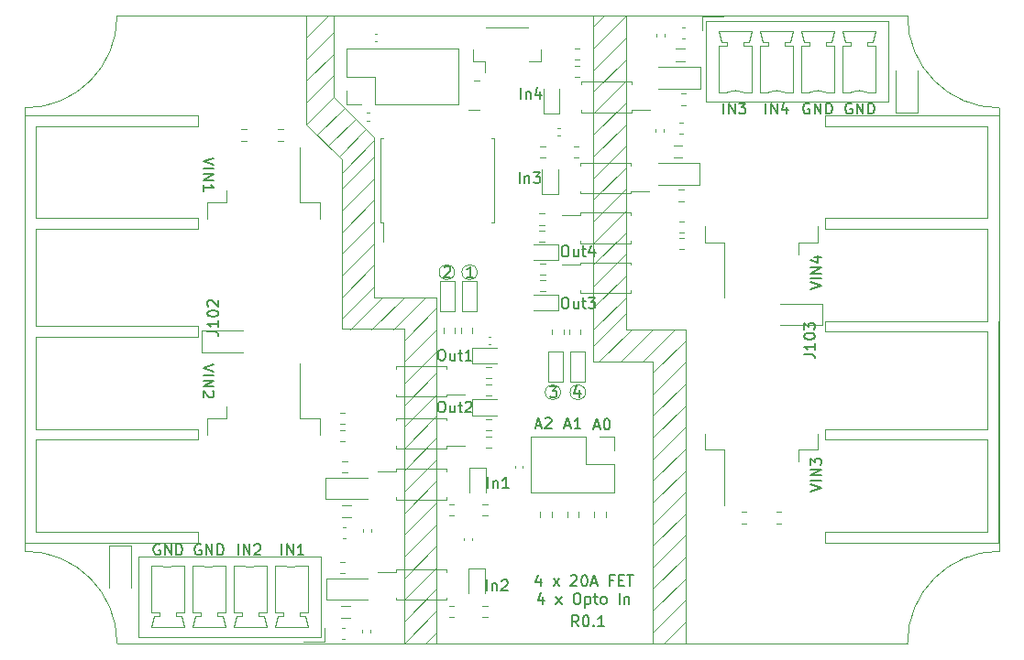
<source format=gbr>
%TF.GenerationSoftware,KiCad,Pcbnew,(5.1.8-0-10_14)*%
%TF.CreationDate,2020-11-30T14:10:51+01:00*%
%TF.ProjectId,FET_Multi,4645545f-4d75-46c7-9469-2e6b69636164,0.2.0*%
%TF.SameCoordinates,Original*%
%TF.FileFunction,Legend,Top*%
%TF.FilePolarity,Positive*%
%FSLAX46Y46*%
G04 Gerber Fmt 4.6, Leading zero omitted, Abs format (unit mm)*
G04 Created by KiCad (PCBNEW (5.1.8-0-10_14)) date 2020-11-30 14:10:51*
%MOMM*%
%LPD*%
G01*
G04 APERTURE LIST*
%ADD10C,0.160000*%
%ADD11C,0.120000*%
%TA.AperFunction,Profile*%
%ADD12C,0.050000*%
%TD*%
%ADD13C,0.150000*%
G04 APERTURE END LIST*
D10*
X161552380Y-82271428D02*
X162552380Y-81938095D01*
X161552380Y-81604761D01*
X162552380Y-81271428D02*
X161552380Y-81271428D01*
X162552380Y-80795238D02*
X161552380Y-80795238D01*
X162552380Y-80223809D01*
X161552380Y-80223809D01*
X161885714Y-79319047D02*
X162552380Y-79319047D01*
X161504761Y-79557142D02*
X162219047Y-79795238D01*
X162219047Y-79176190D01*
X161552380Y-100971428D02*
X162552380Y-100638095D01*
X161552380Y-100304761D01*
X162552380Y-99971428D02*
X161552380Y-99971428D01*
X162552380Y-99495238D02*
X161552380Y-99495238D01*
X162552380Y-98923809D01*
X161552380Y-98923809D01*
X161552380Y-98542857D02*
X161552380Y-97923809D01*
X161933333Y-98257142D01*
X161933333Y-98114285D01*
X161980952Y-98019047D01*
X162028571Y-97971428D01*
X162123809Y-97923809D01*
X162361904Y-97923809D01*
X162457142Y-97971428D01*
X162504761Y-98019047D01*
X162552380Y-98114285D01*
X162552380Y-98400000D01*
X162504761Y-98495238D01*
X162457142Y-98542857D01*
X106447619Y-89228571D02*
X105447619Y-89561904D01*
X106447619Y-89895238D01*
X105447619Y-90228571D02*
X106447619Y-90228571D01*
X105447619Y-90704761D02*
X106447619Y-90704761D01*
X105447619Y-91276190D01*
X106447619Y-91276190D01*
X106352380Y-91704761D02*
X106400000Y-91752380D01*
X106447619Y-91847619D01*
X106447619Y-92085714D01*
X106400000Y-92180952D01*
X106352380Y-92228571D01*
X106257142Y-92276190D01*
X106161904Y-92276190D01*
X106019047Y-92228571D01*
X105447619Y-91657142D01*
X105447619Y-92276190D01*
X106447619Y-70128571D02*
X105447619Y-70461904D01*
X106447619Y-70795238D01*
X105447619Y-71128571D02*
X106447619Y-71128571D01*
X105447619Y-71604761D02*
X106447619Y-71604761D01*
X105447619Y-72176190D01*
X106447619Y-72176190D01*
X105447619Y-73176190D02*
X105447619Y-72604761D01*
X105447619Y-72890476D02*
X106447619Y-72890476D01*
X106304761Y-72795238D01*
X106209523Y-72700000D01*
X106161904Y-72604761D01*
X105238095Y-105900000D02*
X105142857Y-105852380D01*
X105000000Y-105852380D01*
X104857142Y-105900000D01*
X104761904Y-105995238D01*
X104714285Y-106090476D01*
X104666666Y-106280952D01*
X104666666Y-106423809D01*
X104714285Y-106614285D01*
X104761904Y-106709523D01*
X104857142Y-106804761D01*
X105000000Y-106852380D01*
X105095238Y-106852380D01*
X105238095Y-106804761D01*
X105285714Y-106757142D01*
X105285714Y-106423809D01*
X105095238Y-106423809D01*
X105714285Y-106852380D02*
X105714285Y-105852380D01*
X106285714Y-106852380D01*
X106285714Y-105852380D01*
X106761904Y-106852380D02*
X106761904Y-105852380D01*
X107000000Y-105852380D01*
X107142857Y-105900000D01*
X107238095Y-105995238D01*
X107285714Y-106090476D01*
X107333333Y-106280952D01*
X107333333Y-106423809D01*
X107285714Y-106614285D01*
X107238095Y-106709523D01*
X107142857Y-106804761D01*
X107000000Y-106852380D01*
X106761904Y-106852380D01*
X101438095Y-105900000D02*
X101342857Y-105852380D01*
X101200000Y-105852380D01*
X101057142Y-105900000D01*
X100961904Y-105995238D01*
X100914285Y-106090476D01*
X100866666Y-106280952D01*
X100866666Y-106423809D01*
X100914285Y-106614285D01*
X100961904Y-106709523D01*
X101057142Y-106804761D01*
X101200000Y-106852380D01*
X101295238Y-106852380D01*
X101438095Y-106804761D01*
X101485714Y-106757142D01*
X101485714Y-106423809D01*
X101295238Y-106423809D01*
X101914285Y-106852380D02*
X101914285Y-105852380D01*
X102485714Y-106852380D01*
X102485714Y-105852380D01*
X102961904Y-106852380D02*
X102961904Y-105852380D01*
X103200000Y-105852380D01*
X103342857Y-105900000D01*
X103438095Y-105995238D01*
X103485714Y-106090476D01*
X103533333Y-106280952D01*
X103533333Y-106423809D01*
X103485714Y-106614285D01*
X103438095Y-106709523D01*
X103342857Y-106804761D01*
X103200000Y-106852380D01*
X102961904Y-106852380D01*
X165338095Y-65100000D02*
X165242857Y-65052380D01*
X165100000Y-65052380D01*
X164957142Y-65100000D01*
X164861904Y-65195238D01*
X164814285Y-65290476D01*
X164766666Y-65480952D01*
X164766666Y-65623809D01*
X164814285Y-65814285D01*
X164861904Y-65909523D01*
X164957142Y-66004761D01*
X165100000Y-66052380D01*
X165195238Y-66052380D01*
X165338095Y-66004761D01*
X165385714Y-65957142D01*
X165385714Y-65623809D01*
X165195238Y-65623809D01*
X165814285Y-66052380D02*
X165814285Y-65052380D01*
X166385714Y-66052380D01*
X166385714Y-65052380D01*
X166861904Y-66052380D02*
X166861904Y-65052380D01*
X167100000Y-65052380D01*
X167242857Y-65100000D01*
X167338095Y-65195238D01*
X167385714Y-65290476D01*
X167433333Y-65480952D01*
X167433333Y-65623809D01*
X167385714Y-65814285D01*
X167338095Y-65909523D01*
X167242857Y-66004761D01*
X167100000Y-66052380D01*
X166861904Y-66052380D01*
X161438095Y-65100000D02*
X161342857Y-65052380D01*
X161200000Y-65052380D01*
X161057142Y-65100000D01*
X160961904Y-65195238D01*
X160914285Y-65290476D01*
X160866666Y-65480952D01*
X160866666Y-65623809D01*
X160914285Y-65814285D01*
X160961904Y-65909523D01*
X161057142Y-66004761D01*
X161200000Y-66052380D01*
X161295238Y-66052380D01*
X161438095Y-66004761D01*
X161485714Y-65957142D01*
X161485714Y-65623809D01*
X161295238Y-65623809D01*
X161914285Y-66052380D02*
X161914285Y-65052380D01*
X162485714Y-66052380D01*
X162485714Y-65052380D01*
X162961904Y-66052380D02*
X162961904Y-65052380D01*
X163200000Y-65052380D01*
X163342857Y-65100000D01*
X163438095Y-65195238D01*
X163485714Y-65290476D01*
X163533333Y-65480952D01*
X163533333Y-65623809D01*
X163485714Y-65814285D01*
X163438095Y-65909523D01*
X163342857Y-66004761D01*
X163200000Y-66052380D01*
X162961904Y-66052380D01*
D11*
X150000000Y-113000000D02*
X148000000Y-115000000D01*
X150000000Y-111000000D02*
X147000000Y-114000000D01*
X150000000Y-109000000D02*
X147000000Y-112000000D01*
X150000000Y-107000000D02*
X147000000Y-110000000D01*
X150000000Y-105000000D02*
X147000000Y-108000000D01*
D10*
X136185714Y-94866666D02*
X136661904Y-94866666D01*
X136090476Y-95152380D02*
X136423809Y-94152380D01*
X136757142Y-95152380D01*
X137042857Y-94247619D02*
X137090476Y-94200000D01*
X137185714Y-94152380D01*
X137423809Y-94152380D01*
X137519047Y-94200000D01*
X137566666Y-94247619D01*
X137614285Y-94342857D01*
X137614285Y-94438095D01*
X137566666Y-94580952D01*
X136995238Y-95152380D01*
X137614285Y-95152380D01*
X138885714Y-94866666D02*
X139361904Y-94866666D01*
X138790476Y-95152380D02*
X139123809Y-94152380D01*
X139457142Y-95152380D01*
X140314285Y-95152380D02*
X139742857Y-95152380D01*
X140028571Y-95152380D02*
X140028571Y-94152380D01*
X139933333Y-94295238D01*
X139838095Y-94390476D01*
X139742857Y-94438095D01*
X141585714Y-94966666D02*
X142061904Y-94966666D01*
X141490476Y-95252380D02*
X141823809Y-94252380D01*
X142157142Y-95252380D01*
X142680952Y-94252380D02*
X142776190Y-94252380D01*
X142871428Y-94300000D01*
X142919047Y-94347619D01*
X142966666Y-94442857D01*
X143014285Y-94633333D01*
X143014285Y-94871428D01*
X142966666Y-95061904D01*
X142919047Y-95157142D01*
X142871428Y-95204761D01*
X142776190Y-95252380D01*
X142680952Y-95252380D01*
X142585714Y-95204761D01*
X142538095Y-95157142D01*
X142490476Y-95061904D01*
X142442857Y-94871428D01*
X142442857Y-94633333D01*
X142490476Y-94442857D01*
X142538095Y-94347619D01*
X142585714Y-94300000D01*
X142680952Y-94252380D01*
X138790476Y-78252380D02*
X138980952Y-78252380D01*
X139076190Y-78300000D01*
X139171428Y-78395238D01*
X139219047Y-78585714D01*
X139219047Y-78919047D01*
X139171428Y-79109523D01*
X139076190Y-79204761D01*
X138980952Y-79252380D01*
X138790476Y-79252380D01*
X138695238Y-79204761D01*
X138600000Y-79109523D01*
X138552380Y-78919047D01*
X138552380Y-78585714D01*
X138600000Y-78395238D01*
X138695238Y-78300000D01*
X138790476Y-78252380D01*
X140076190Y-78585714D02*
X140076190Y-79252380D01*
X139647619Y-78585714D02*
X139647619Y-79109523D01*
X139695238Y-79204761D01*
X139790476Y-79252380D01*
X139933333Y-79252380D01*
X140028571Y-79204761D01*
X140076190Y-79157142D01*
X140409523Y-78585714D02*
X140790476Y-78585714D01*
X140552380Y-78252380D02*
X140552380Y-79109523D01*
X140600000Y-79204761D01*
X140695238Y-79252380D01*
X140790476Y-79252380D01*
X141552380Y-78585714D02*
X141552380Y-79252380D01*
X141314285Y-78204761D02*
X141076190Y-78919047D01*
X141695238Y-78919047D01*
X138790476Y-83052380D02*
X138980952Y-83052380D01*
X139076190Y-83100000D01*
X139171428Y-83195238D01*
X139219047Y-83385714D01*
X139219047Y-83719047D01*
X139171428Y-83909523D01*
X139076190Y-84004761D01*
X138980952Y-84052380D01*
X138790476Y-84052380D01*
X138695238Y-84004761D01*
X138600000Y-83909523D01*
X138552380Y-83719047D01*
X138552380Y-83385714D01*
X138600000Y-83195238D01*
X138695238Y-83100000D01*
X138790476Y-83052380D01*
X140076190Y-83385714D02*
X140076190Y-84052380D01*
X139647619Y-83385714D02*
X139647619Y-83909523D01*
X139695238Y-84004761D01*
X139790476Y-84052380D01*
X139933333Y-84052380D01*
X140028571Y-84004761D01*
X140076190Y-83957142D01*
X140409523Y-83385714D02*
X140790476Y-83385714D01*
X140552380Y-83052380D02*
X140552380Y-83909523D01*
X140600000Y-84004761D01*
X140695238Y-84052380D01*
X140790476Y-84052380D01*
X141028571Y-83052380D02*
X141647619Y-83052380D01*
X141314285Y-83433333D01*
X141457142Y-83433333D01*
X141552380Y-83480952D01*
X141600000Y-83528571D01*
X141647619Y-83623809D01*
X141647619Y-83861904D01*
X141600000Y-83957142D01*
X141552380Y-84004761D01*
X141457142Y-84052380D01*
X141171428Y-84052380D01*
X141076190Y-84004761D01*
X141028571Y-83957142D01*
X127390476Y-87852380D02*
X127580952Y-87852380D01*
X127676190Y-87900000D01*
X127771428Y-87995238D01*
X127819047Y-88185714D01*
X127819047Y-88519047D01*
X127771428Y-88709523D01*
X127676190Y-88804761D01*
X127580952Y-88852380D01*
X127390476Y-88852380D01*
X127295238Y-88804761D01*
X127200000Y-88709523D01*
X127152380Y-88519047D01*
X127152380Y-88185714D01*
X127200000Y-87995238D01*
X127295238Y-87900000D01*
X127390476Y-87852380D01*
X128676190Y-88185714D02*
X128676190Y-88852380D01*
X128247619Y-88185714D02*
X128247619Y-88709523D01*
X128295238Y-88804761D01*
X128390476Y-88852380D01*
X128533333Y-88852380D01*
X128628571Y-88804761D01*
X128676190Y-88757142D01*
X129009523Y-88185714D02*
X129390476Y-88185714D01*
X129152380Y-87852380D02*
X129152380Y-88709523D01*
X129200000Y-88804761D01*
X129295238Y-88852380D01*
X129390476Y-88852380D01*
X130247619Y-88852380D02*
X129676190Y-88852380D01*
X129961904Y-88852380D02*
X129961904Y-87852380D01*
X129866666Y-87995238D01*
X129771428Y-88090476D01*
X129676190Y-88138095D01*
X127390476Y-92652380D02*
X127580952Y-92652380D01*
X127676190Y-92700000D01*
X127771428Y-92795238D01*
X127819047Y-92985714D01*
X127819047Y-93319047D01*
X127771428Y-93509523D01*
X127676190Y-93604761D01*
X127580952Y-93652380D01*
X127390476Y-93652380D01*
X127295238Y-93604761D01*
X127200000Y-93509523D01*
X127152380Y-93319047D01*
X127152380Y-92985714D01*
X127200000Y-92795238D01*
X127295238Y-92700000D01*
X127390476Y-92652380D01*
X128676190Y-92985714D02*
X128676190Y-93652380D01*
X128247619Y-92985714D02*
X128247619Y-93509523D01*
X128295238Y-93604761D01*
X128390476Y-93652380D01*
X128533333Y-93652380D01*
X128628571Y-93604761D01*
X128676190Y-93557142D01*
X129009523Y-92985714D02*
X129390476Y-92985714D01*
X129152380Y-92652380D02*
X129152380Y-93509523D01*
X129200000Y-93604761D01*
X129295238Y-93652380D01*
X129390476Y-93652380D01*
X129676190Y-92747619D02*
X129723809Y-92700000D01*
X129819047Y-92652380D01*
X130057142Y-92652380D01*
X130152380Y-92700000D01*
X130200000Y-92747619D01*
X130247619Y-92842857D01*
X130247619Y-92938095D01*
X130200000Y-93080952D01*
X129628571Y-93652380D01*
X130247619Y-93652380D01*
X140119047Y-113452380D02*
X139785714Y-112976190D01*
X139547619Y-113452380D02*
X139547619Y-112452380D01*
X139928571Y-112452380D01*
X140023809Y-112500000D01*
X140071428Y-112547619D01*
X140119047Y-112642857D01*
X140119047Y-112785714D01*
X140071428Y-112880952D01*
X140023809Y-112928571D01*
X139928571Y-112976190D01*
X139547619Y-112976190D01*
X140738095Y-112452380D02*
X140833333Y-112452380D01*
X140928571Y-112500000D01*
X140976190Y-112547619D01*
X141023809Y-112642857D01*
X141071428Y-112833333D01*
X141071428Y-113071428D01*
X141023809Y-113261904D01*
X140976190Y-113357142D01*
X140928571Y-113404761D01*
X140833333Y-113452380D01*
X140738095Y-113452380D01*
X140642857Y-113404761D01*
X140595238Y-113357142D01*
X140547619Y-113261904D01*
X140500000Y-113071428D01*
X140500000Y-112833333D01*
X140547619Y-112642857D01*
X140595238Y-112547619D01*
X140642857Y-112500000D01*
X140738095Y-112452380D01*
X141500000Y-113357142D02*
X141547619Y-113404761D01*
X141500000Y-113452380D01*
X141452380Y-113404761D01*
X141500000Y-113357142D01*
X141500000Y-113452380D01*
X142500000Y-113452380D02*
X141928571Y-113452380D01*
X142214285Y-113452380D02*
X142214285Y-112452380D01*
X142119047Y-112595238D01*
X142023809Y-112690476D01*
X141928571Y-112738095D01*
X136600000Y-109055714D02*
X136600000Y-109722380D01*
X136361904Y-108674761D02*
X136123809Y-109389047D01*
X136742857Y-109389047D01*
X137790476Y-109722380D02*
X138314285Y-109055714D01*
X137790476Y-109055714D02*
X138314285Y-109722380D01*
X139409523Y-108817619D02*
X139457142Y-108770000D01*
X139552380Y-108722380D01*
X139790476Y-108722380D01*
X139885714Y-108770000D01*
X139933333Y-108817619D01*
X139980952Y-108912857D01*
X139980952Y-109008095D01*
X139933333Y-109150952D01*
X139361904Y-109722380D01*
X139980952Y-109722380D01*
X140600000Y-108722380D02*
X140695238Y-108722380D01*
X140790476Y-108770000D01*
X140838095Y-108817619D01*
X140885714Y-108912857D01*
X140933333Y-109103333D01*
X140933333Y-109341428D01*
X140885714Y-109531904D01*
X140838095Y-109627142D01*
X140790476Y-109674761D01*
X140695238Y-109722380D01*
X140600000Y-109722380D01*
X140504761Y-109674761D01*
X140457142Y-109627142D01*
X140409523Y-109531904D01*
X140361904Y-109341428D01*
X140361904Y-109103333D01*
X140409523Y-108912857D01*
X140457142Y-108817619D01*
X140504761Y-108770000D01*
X140600000Y-108722380D01*
X141314285Y-109436666D02*
X141790476Y-109436666D01*
X141219047Y-109722380D02*
X141552380Y-108722380D01*
X141885714Y-109722380D01*
X143314285Y-109198571D02*
X142980952Y-109198571D01*
X142980952Y-109722380D02*
X142980952Y-108722380D01*
X143457142Y-108722380D01*
X143838095Y-109198571D02*
X144171428Y-109198571D01*
X144314285Y-109722380D02*
X143838095Y-109722380D01*
X143838095Y-108722380D01*
X144314285Y-108722380D01*
X144600000Y-108722380D02*
X145171428Y-108722380D01*
X144885714Y-109722380D02*
X144885714Y-108722380D01*
X136838095Y-110715714D02*
X136838095Y-111382380D01*
X136600000Y-110334761D02*
X136361904Y-111049047D01*
X136980952Y-111049047D01*
X138028571Y-111382380D02*
X138552380Y-110715714D01*
X138028571Y-110715714D02*
X138552380Y-111382380D01*
X139885714Y-110382380D02*
X140076190Y-110382380D01*
X140171428Y-110430000D01*
X140266666Y-110525238D01*
X140314285Y-110715714D01*
X140314285Y-111049047D01*
X140266666Y-111239523D01*
X140171428Y-111334761D01*
X140076190Y-111382380D01*
X139885714Y-111382380D01*
X139790476Y-111334761D01*
X139695238Y-111239523D01*
X139647619Y-111049047D01*
X139647619Y-110715714D01*
X139695238Y-110525238D01*
X139790476Y-110430000D01*
X139885714Y-110382380D01*
X140742857Y-110715714D02*
X140742857Y-111715714D01*
X140742857Y-110763333D02*
X140838095Y-110715714D01*
X141028571Y-110715714D01*
X141123809Y-110763333D01*
X141171428Y-110810952D01*
X141219047Y-110906190D01*
X141219047Y-111191904D01*
X141171428Y-111287142D01*
X141123809Y-111334761D01*
X141028571Y-111382380D01*
X140838095Y-111382380D01*
X140742857Y-111334761D01*
X141504761Y-110715714D02*
X141885714Y-110715714D01*
X141647619Y-110382380D02*
X141647619Y-111239523D01*
X141695238Y-111334761D01*
X141790476Y-111382380D01*
X141885714Y-111382380D01*
X142361904Y-111382380D02*
X142266666Y-111334761D01*
X142219047Y-111287142D01*
X142171428Y-111191904D01*
X142171428Y-110906190D01*
X142219047Y-110810952D01*
X142266666Y-110763333D01*
X142361904Y-110715714D01*
X142504761Y-110715714D01*
X142600000Y-110763333D01*
X142647619Y-110810952D01*
X142695238Y-110906190D01*
X142695238Y-111191904D01*
X142647619Y-111287142D01*
X142600000Y-111334761D01*
X142504761Y-111382380D01*
X142361904Y-111382380D01*
X143885714Y-111382380D02*
X143885714Y-110382380D01*
X144361904Y-110715714D02*
X144361904Y-111382380D01*
X144361904Y-110810952D02*
X144409523Y-110763333D01*
X144504761Y-110715714D01*
X144647619Y-110715714D01*
X144742857Y-110763333D01*
X144790476Y-110858571D01*
X144790476Y-111382380D01*
X108700000Y-106852380D02*
X108700000Y-105852380D01*
X109176190Y-106852380D02*
X109176190Y-105852380D01*
X109747619Y-106852380D01*
X109747619Y-105852380D01*
X110176190Y-105947619D02*
X110223809Y-105900000D01*
X110319047Y-105852380D01*
X110557142Y-105852380D01*
X110652380Y-105900000D01*
X110700000Y-105947619D01*
X110747619Y-106042857D01*
X110747619Y-106138095D01*
X110700000Y-106280952D01*
X110128571Y-106852380D01*
X110747619Y-106852380D01*
X112700000Y-106852380D02*
X112700000Y-105852380D01*
X113176190Y-106852380D02*
X113176190Y-105852380D01*
X113747619Y-106852380D01*
X113747619Y-105852380D01*
X114747619Y-106852380D02*
X114176190Y-106852380D01*
X114461904Y-106852380D02*
X114461904Y-105852380D01*
X114366666Y-105995238D01*
X114271428Y-106090476D01*
X114176190Y-106138095D01*
X157400000Y-66052380D02*
X157400000Y-65052380D01*
X157876190Y-66052380D02*
X157876190Y-65052380D01*
X158447619Y-66052380D01*
X158447619Y-65052380D01*
X159352380Y-65385714D02*
X159352380Y-66052380D01*
X159114285Y-65004761D02*
X158876190Y-65719047D01*
X159495238Y-65719047D01*
X153500000Y-66052380D02*
X153500000Y-65052380D01*
X153976190Y-66052380D02*
X153976190Y-65052380D01*
X154547619Y-66052380D01*
X154547619Y-65052380D01*
X154928571Y-65052380D02*
X155547619Y-65052380D01*
X155214285Y-65433333D01*
X155357142Y-65433333D01*
X155452380Y-65480952D01*
X155500000Y-65528571D01*
X155547619Y-65623809D01*
X155547619Y-65861904D01*
X155500000Y-65957142D01*
X155452380Y-66004761D01*
X155357142Y-66052380D01*
X155071428Y-66052380D01*
X154976190Y-66004761D01*
X154928571Y-65957142D01*
X134771428Y-64652380D02*
X134771428Y-63652380D01*
X135247619Y-63985714D02*
X135247619Y-64652380D01*
X135247619Y-64080952D02*
X135295238Y-64033333D01*
X135390476Y-63985714D01*
X135533333Y-63985714D01*
X135628571Y-64033333D01*
X135676190Y-64128571D01*
X135676190Y-64652380D01*
X136580952Y-63985714D02*
X136580952Y-64652380D01*
X136342857Y-63604761D02*
X136104761Y-64319047D01*
X136723809Y-64319047D01*
X134671428Y-72452380D02*
X134671428Y-71452380D01*
X135147619Y-71785714D02*
X135147619Y-72452380D01*
X135147619Y-71880952D02*
X135195238Y-71833333D01*
X135290476Y-71785714D01*
X135433333Y-71785714D01*
X135528571Y-71833333D01*
X135576190Y-71928571D01*
X135576190Y-72452380D01*
X135957142Y-71452380D02*
X136576190Y-71452380D01*
X136242857Y-71833333D01*
X136385714Y-71833333D01*
X136480952Y-71880952D01*
X136528571Y-71928571D01*
X136576190Y-72023809D01*
X136576190Y-72261904D01*
X136528571Y-72357142D01*
X136480952Y-72404761D01*
X136385714Y-72452380D01*
X136100000Y-72452380D01*
X136004761Y-72404761D01*
X135957142Y-72357142D01*
X131671428Y-110152380D02*
X131671428Y-109152380D01*
X132147619Y-109485714D02*
X132147619Y-110152380D01*
X132147619Y-109580952D02*
X132195238Y-109533333D01*
X132290476Y-109485714D01*
X132433333Y-109485714D01*
X132528571Y-109533333D01*
X132576190Y-109628571D01*
X132576190Y-110152380D01*
X133004761Y-109247619D02*
X133052380Y-109200000D01*
X133147619Y-109152380D01*
X133385714Y-109152380D01*
X133480952Y-109200000D01*
X133528571Y-109247619D01*
X133576190Y-109342857D01*
X133576190Y-109438095D01*
X133528571Y-109580952D01*
X132957142Y-110152380D01*
X133576190Y-110152380D01*
X131771428Y-100652380D02*
X131771428Y-99652380D01*
X132247619Y-99985714D02*
X132247619Y-100652380D01*
X132247619Y-100080952D02*
X132295238Y-100033333D01*
X132390476Y-99985714D01*
X132533333Y-99985714D01*
X132628571Y-100033333D01*
X132676190Y-100128571D01*
X132676190Y-100652380D01*
X133676190Y-100652380D02*
X133104761Y-100652380D01*
X133390476Y-100652380D02*
X133390476Y-99652380D01*
X133295238Y-99795238D01*
X133200000Y-99890476D01*
X133104761Y-99938095D01*
D11*
X140757107Y-91800000D02*
G75*
G03*
X140757107Y-91800000I-707107J0D01*
G01*
D10*
X140190476Y-91585714D02*
X140190476Y-92252380D01*
X139952380Y-91204761D02*
X139714285Y-91919047D01*
X140333333Y-91919047D01*
D11*
X138457107Y-91800000D02*
G75*
G03*
X138457107Y-91800000I-707107J0D01*
G01*
D10*
X137466666Y-91252380D02*
X138085714Y-91252380D01*
X137752380Y-91633333D01*
X137895238Y-91633333D01*
X137990476Y-91680952D01*
X138038095Y-91728571D01*
X138085714Y-91823809D01*
X138085714Y-92061904D01*
X138038095Y-92157142D01*
X137990476Y-92204761D01*
X137895238Y-92252380D01*
X137609523Y-92252380D01*
X137514285Y-92204761D01*
X137466666Y-92157142D01*
D11*
X128657107Y-80700000D02*
G75*
G03*
X128657107Y-80700000I-707107J0D01*
G01*
D10*
X127714285Y-80247619D02*
X127761904Y-80200000D01*
X127857142Y-80152380D01*
X128095238Y-80152380D01*
X128190476Y-80200000D01*
X128238095Y-80247619D01*
X128285714Y-80342857D01*
X128285714Y-80438095D01*
X128238095Y-80580952D01*
X127666666Y-81152380D01*
X128285714Y-81152380D01*
D11*
X130757107Y-80700000D02*
G75*
G03*
X130757107Y-80700000I-707107J0D01*
G01*
D10*
X130385714Y-81152380D02*
X129814285Y-81152380D01*
X130100000Y-81152380D02*
X130100000Y-80152380D01*
X130004761Y-80295238D01*
X129909523Y-80390476D01*
X129814285Y-80438095D01*
D11*
X118500000Y-65500000D02*
X116000000Y-68000000D01*
X119500000Y-66500000D02*
X117000000Y-69000000D01*
X120500000Y-67500000D02*
X118000000Y-70000000D01*
X117000000Y-57000000D02*
X115000000Y-59000000D01*
X117500000Y-58500000D02*
X115000000Y-61000000D01*
X117500000Y-60500000D02*
X115000000Y-63000000D01*
X117500000Y-62500000D02*
X115000000Y-65000000D01*
X117500000Y-64500000D02*
X115000000Y-67000000D01*
X127000000Y-114000000D02*
X126000000Y-115000000D01*
X127000000Y-112000000D02*
X124000000Y-115000000D01*
X127000000Y-110000000D02*
X124000000Y-113000000D01*
X127000000Y-108000000D02*
X124000000Y-111000000D01*
X127000000Y-106000000D02*
X124000000Y-109000000D01*
X127000000Y-104000000D02*
X124000000Y-107000000D01*
X127000000Y-102000000D02*
X124000000Y-105000000D01*
X127000000Y-100000000D02*
X124000000Y-103000000D01*
X127000000Y-98000000D02*
X124000000Y-101000000D01*
X127000000Y-96000000D02*
X124000000Y-99000000D01*
X127000000Y-94000000D02*
X124000000Y-97000000D01*
X127000000Y-92000000D02*
X124000000Y-95000000D01*
X127000000Y-90000000D02*
X124000000Y-93000000D01*
X127000000Y-88000000D02*
X124000000Y-91000000D01*
X127000000Y-86000000D02*
X124000000Y-89000000D01*
X127000000Y-84000000D02*
X124000000Y-87000000D01*
X126000000Y-83000000D02*
X123000000Y-86000000D01*
X124000000Y-83000000D02*
X121000000Y-86000000D01*
X122000000Y-83000000D02*
X119000000Y-86000000D01*
X121250000Y-82000000D02*
X118250000Y-85000000D01*
X121250000Y-80000000D02*
X118250000Y-83000000D01*
X121250000Y-78000000D02*
X118250000Y-81000000D01*
X121250000Y-76000000D02*
X118250000Y-79000000D01*
X121250000Y-74000000D02*
X118250000Y-77000000D01*
X121250000Y-72000000D02*
X118250000Y-75000000D01*
X121250000Y-70000000D02*
X118250000Y-73000000D01*
X121250000Y-68500000D02*
X118250000Y-71500000D01*
X150000000Y-103000000D02*
X147000000Y-106000000D01*
X150000000Y-101000000D02*
X147000000Y-104000000D01*
X150000000Y-99000000D02*
X147000000Y-102000000D01*
X150000000Y-97000000D02*
X147000000Y-100000000D01*
X150000000Y-95000000D02*
X147000000Y-98000000D01*
X150000000Y-93000000D02*
X147000000Y-96000000D01*
X150000000Y-91000000D02*
X147000000Y-94000000D01*
X150000000Y-89000000D02*
X147000000Y-92000000D01*
X150000000Y-87000000D02*
X147000000Y-90000000D01*
X149000000Y-86000000D02*
X146000000Y-89000000D01*
X147000000Y-86000000D02*
X144000000Y-89000000D01*
X145000000Y-86000000D02*
X142000000Y-89000000D01*
X144500000Y-84500000D02*
X141500000Y-87500000D01*
X144500000Y-83000000D02*
X141500000Y-86000000D01*
X144500000Y-81000000D02*
X141500000Y-84000000D01*
X144500000Y-79000000D02*
X141500000Y-82000000D01*
X144500000Y-77000000D02*
X141500000Y-80000000D01*
X144500000Y-75000000D02*
X141500000Y-78000000D01*
X144500000Y-73000000D02*
X141500000Y-76000000D01*
X144500000Y-71000000D02*
X141500000Y-74000000D01*
X144500000Y-69000000D02*
X141500000Y-72000000D01*
X144500000Y-67000000D02*
X141500000Y-70000000D01*
X144500000Y-65000000D02*
X141500000Y-68000000D01*
X144500000Y-63000000D02*
X141500000Y-66000000D01*
X144500000Y-61000000D02*
X141500000Y-64000000D01*
X144500000Y-59000000D02*
X141500000Y-62000000D01*
X144500000Y-57000000D02*
X141500000Y-60000000D01*
X142500000Y-57000000D02*
X141500000Y-58000000D01*
X147000000Y-89000000D02*
X147000000Y-115000000D01*
X141500000Y-89000000D02*
X147000000Y-89000000D01*
X141500000Y-57000000D02*
X141500000Y-89000000D01*
X150000000Y-103000000D02*
X150000000Y-115000000D01*
X150000000Y-86000000D02*
X150000000Y-103000000D01*
X144500000Y-86000000D02*
X150000000Y-86000000D01*
X144500000Y-57000000D02*
X144500000Y-86000000D01*
X117500000Y-64500000D02*
X117500000Y-57000000D01*
X121250000Y-68250000D02*
X117500000Y-64500000D01*
X121250000Y-83000000D02*
X121250000Y-68250000D01*
X121500000Y-83000000D02*
X121250000Y-83000000D01*
X127000000Y-83000000D02*
X121500000Y-83000000D01*
X127000000Y-115000000D02*
X127000000Y-83000000D01*
X124000000Y-85950000D02*
X124050000Y-115050000D01*
X118250000Y-85950000D02*
X124000000Y-85950000D01*
X118250000Y-70250000D02*
X118250000Y-85950000D01*
X115000000Y-67000000D02*
X118250000Y-70250000D01*
X115000000Y-57000000D02*
X115000000Y-67000000D01*
D12*
X89000000Y-65500000D02*
X89000000Y-106500000D01*
X170500000Y-115000000D02*
G75*
G02*
X179000000Y-106500000I8500000J0D01*
G01*
X89000000Y-106500000D02*
G75*
G02*
X97500000Y-115000000I0J-8500000D01*
G01*
X179000000Y-65500000D02*
G75*
G02*
X170500000Y-57000000I0J8500000D01*
G01*
X97500000Y-57000000D02*
G75*
G02*
X89000000Y-65500000I-8500000J0D01*
G01*
X179000000Y-106500000D02*
X179000000Y-65500000D01*
X170500000Y-115000000D02*
X97500000Y-115000000D01*
X170500000Y-57000000D02*
X97500000Y-57000000D01*
D11*
%TO.C,J103*%
X162900000Y-67200000D02*
X162900000Y-66200000D01*
X162900000Y-75700000D02*
X162900000Y-76700000D01*
X177900000Y-75700000D02*
X162900000Y-75700000D01*
X177900000Y-67200000D02*
X177900000Y-75700000D01*
X177900000Y-85200000D02*
X177900000Y-76700000D01*
X162900000Y-85200000D02*
X177900000Y-85200000D01*
X162900000Y-67200000D02*
X177900000Y-67200000D01*
X178900000Y-66200000D02*
X162900000Y-66200000D01*
X162900000Y-76700000D02*
X177900000Y-76700000D01*
X162900000Y-86200000D02*
X162900000Y-85200000D01*
X162900000Y-105700000D02*
X162900000Y-104700000D01*
X162900000Y-96200000D02*
X162900000Y-95200000D01*
X177900000Y-96200000D02*
X177900000Y-104700000D01*
X177900000Y-95200000D02*
X177900000Y-86200000D01*
X162900000Y-95200000D02*
X177900000Y-95200000D01*
X163400000Y-95200000D02*
X162900000Y-95200000D01*
X177900000Y-96200000D02*
X162900000Y-96200000D01*
X177900000Y-104700000D02*
X162900000Y-104700000D01*
X162900000Y-86200000D02*
X177900000Y-86200000D01*
X178900000Y-105700000D02*
X178900000Y-85200000D01*
X162900000Y-105700000D02*
X178900000Y-105700000D01*
%TO.C,J102*%
X105000000Y-104700000D02*
X105000000Y-105700000D01*
X105000000Y-96200000D02*
X105000000Y-95200000D01*
X90000000Y-96200000D02*
X105000000Y-96200000D01*
X90000000Y-104700000D02*
X90000000Y-96200000D01*
X90000000Y-86700000D02*
X90000000Y-95200000D01*
X105000000Y-86700000D02*
X90000000Y-86700000D01*
X105000000Y-104700000D02*
X90000000Y-104700000D01*
X89000000Y-105700000D02*
X105000000Y-105700000D01*
X105000000Y-95200000D02*
X90000000Y-95200000D01*
X105000000Y-85700000D02*
X105000000Y-86700000D01*
X105000000Y-66200000D02*
X105000000Y-67200000D01*
X105000000Y-75700000D02*
X105000000Y-76700000D01*
X90000000Y-75700000D02*
X90000000Y-67200000D01*
X90000000Y-76700000D02*
X90000000Y-85700000D01*
X105000000Y-76700000D02*
X90000000Y-76700000D01*
X104500000Y-76700000D02*
X105000000Y-76700000D01*
X90000000Y-75700000D02*
X105000000Y-75700000D01*
X90000000Y-67200000D02*
X105000000Y-67200000D01*
X105000000Y-85700000D02*
X90000000Y-85700000D01*
X89000000Y-66200000D02*
X89000000Y-86700000D01*
X105000000Y-66200000D02*
X89000000Y-66200000D01*
%TO.C,U106*%
X130987500Y-65650000D02*
X129987500Y-65650000D01*
X130987500Y-62950000D02*
X130487500Y-62950000D01*
%TO.C,J104*%
X130390000Y-60060000D02*
X130390000Y-61210000D01*
X130390000Y-61210000D02*
X131440000Y-61210000D01*
X131440000Y-61210000D02*
X131440000Y-62200000D01*
X136610000Y-60060000D02*
X136610000Y-61210000D01*
X136610000Y-61210000D02*
X135560000Y-61210000D01*
X131560000Y-58090000D02*
X135440000Y-58090000D01*
%TO.C,U304*%
X145010000Y-65695000D02*
X146700000Y-65695000D01*
X145010000Y-65910000D02*
X145010000Y-65695000D01*
X142700000Y-65910000D02*
X145010000Y-65910000D01*
X140390000Y-65910000D02*
X140390000Y-65695000D01*
X142700000Y-65910000D02*
X140390000Y-65910000D01*
X145010000Y-63090000D02*
X145010000Y-63305000D01*
X142700000Y-63090000D02*
X145010000Y-63090000D01*
X140390000Y-63090000D02*
X140390000Y-63305000D01*
X142700000Y-63090000D02*
X140390000Y-63090000D01*
%TO.C,U303*%
X144910000Y-73195000D02*
X146600000Y-73195000D01*
X144910000Y-73410000D02*
X144910000Y-73195000D01*
X142600000Y-73410000D02*
X144910000Y-73410000D01*
X140290000Y-73410000D02*
X140290000Y-73195000D01*
X142600000Y-73410000D02*
X140290000Y-73410000D01*
X144910000Y-70590000D02*
X144910000Y-70805000D01*
X142600000Y-70590000D02*
X144910000Y-70590000D01*
X140290000Y-70590000D02*
X140290000Y-70805000D01*
X142600000Y-70590000D02*
X140290000Y-70590000D01*
%TO.C,U302*%
X123290000Y-108405000D02*
X121600000Y-108405000D01*
X123290000Y-108190000D02*
X123290000Y-108405000D01*
X125600000Y-108190000D02*
X123290000Y-108190000D01*
X127910000Y-108190000D02*
X127910000Y-108405000D01*
X125600000Y-108190000D02*
X127910000Y-108190000D01*
X123290000Y-111010000D02*
X123290000Y-110795000D01*
X125600000Y-111010000D02*
X123290000Y-111010000D01*
X127910000Y-111010000D02*
X127910000Y-110795000D01*
X125600000Y-111010000D02*
X127910000Y-111010000D01*
%TO.C,U301*%
X123290000Y-99115000D02*
X121600000Y-99115000D01*
X123290000Y-98900000D02*
X123290000Y-99115000D01*
X125600000Y-98900000D02*
X123290000Y-98900000D01*
X127910000Y-98900000D02*
X127910000Y-99115000D01*
X125600000Y-98900000D02*
X127910000Y-98900000D01*
X123290000Y-101720000D02*
X123290000Y-101505000D01*
X125600000Y-101720000D02*
X123290000Y-101720000D01*
X127910000Y-101720000D02*
X127910000Y-101505000D01*
X125600000Y-101720000D02*
X127910000Y-101720000D01*
%TO.C,R312*%
X140237258Y-59977500D02*
X139762742Y-59977500D01*
X140237258Y-61022500D02*
X139762742Y-61022500D01*
%TO.C,R311*%
X137037258Y-69077500D02*
X136562742Y-69077500D01*
X137037258Y-70122500D02*
X136562742Y-70122500D01*
%TO.C,R310*%
X140237258Y-61577500D02*
X139762742Y-61577500D01*
X140237258Y-62622500D02*
X139762742Y-62622500D01*
%TO.C,R309*%
X140137258Y-69077500D02*
X139662742Y-69077500D01*
X140137258Y-70122500D02*
X139662742Y-70122500D01*
%TO.C,R307*%
X131262742Y-112622500D02*
X131737258Y-112622500D01*
X131262742Y-111577500D02*
X131737258Y-111577500D01*
%TO.C,R305*%
X131262742Y-103222500D02*
X131737258Y-103222500D01*
X131262742Y-102177500D02*
X131737258Y-102177500D01*
%TO.C,R303*%
X128162742Y-112622500D02*
X128637258Y-112622500D01*
X128162742Y-111577500D02*
X128637258Y-111577500D01*
%TO.C,R301*%
X128162742Y-103222500D02*
X128637258Y-103222500D01*
X128162742Y-102177500D02*
X128637258Y-102177500D01*
%TO.C,D307*%
X138360000Y-65985000D02*
X138360000Y-63700000D01*
X136890000Y-65985000D02*
X138360000Y-65985000D01*
X136890000Y-63700000D02*
X136890000Y-65985000D01*
%TO.C,D305*%
X138235000Y-73485000D02*
X138235000Y-71200000D01*
X136765000Y-73485000D02*
X138235000Y-73485000D01*
X136765000Y-71200000D02*
X136765000Y-73485000D01*
%TO.C,D303*%
X129965000Y-108115000D02*
X129965000Y-110400000D01*
X131435000Y-108115000D02*
X129965000Y-108115000D01*
X131435000Y-110400000D02*
X131435000Y-108115000D01*
%TO.C,C1006*%
X138192164Y-67340000D02*
X138407836Y-67340000D01*
X138192164Y-68060000D02*
X138407836Y-68060000D01*
%TO.C,C1005*%
X120592164Y-65940000D02*
X120807836Y-65940000D01*
X120592164Y-66660000D02*
X120807836Y-66660000D01*
%TO.C,C1004*%
X121292164Y-58640000D02*
X121507836Y-58640000D01*
X121292164Y-59360000D02*
X121507836Y-59360000D01*
%TO.C,C1003*%
X134960000Y-98592164D02*
X134960000Y-98807836D01*
X134240000Y-98592164D02*
X134240000Y-98807836D01*
%TO.C,C1002*%
X131792164Y-86640000D02*
X132007836Y-86640000D01*
X131792164Y-87360000D02*
X132007836Y-87360000D01*
%TO.C,C1001*%
X129540000Y-105507836D02*
X129540000Y-105292164D01*
X130260000Y-105507836D02*
X130260000Y-105292164D01*
%TO.C,J109*%
X140675000Y-90800000D02*
X139325000Y-90800000D01*
X140675000Y-88000000D02*
X140675000Y-90800000D01*
X139325000Y-88000000D02*
X140675000Y-88000000D01*
X139325000Y-90800000D02*
X139325000Y-88000000D01*
%TO.C,J110*%
X138675000Y-90800000D02*
X137325000Y-90800000D01*
X138675000Y-88000000D02*
X138675000Y-90800000D01*
X137325000Y-88000000D02*
X138675000Y-88000000D01*
X137325000Y-90800000D02*
X137325000Y-88000000D01*
%TO.C,J108*%
X127325000Y-81500000D02*
X128675000Y-81500000D01*
X127325000Y-84300000D02*
X127325000Y-81500000D01*
X128675000Y-84300000D02*
X127325000Y-84300000D01*
X128675000Y-81500000D02*
X128675000Y-84300000D01*
%TO.C,J107*%
X129325000Y-81500000D02*
X130675000Y-81500000D01*
X129325000Y-84300000D02*
X129325000Y-81500000D01*
X130675000Y-84300000D02*
X129325000Y-84300000D01*
X130675000Y-81500000D02*
X130675000Y-84300000D01*
%TO.C,R121*%
X127677500Y-85862742D02*
X127677500Y-86337258D01*
X128722500Y-85862742D02*
X128722500Y-86337258D01*
%TO.C,R120*%
X129277500Y-85862742D02*
X129277500Y-86337258D01*
X130322500Y-85862742D02*
X130322500Y-86337258D01*
%TO.C,J303*%
X151500000Y-57050000D02*
X153500000Y-57050000D01*
X151500000Y-58300000D02*
X151500000Y-57050000D01*
X167530000Y-64050000D02*
X166780000Y-64050000D01*
X167530000Y-59750000D02*
X167530000Y-64050000D01*
X166780000Y-59750000D02*
X167530000Y-59750000D01*
X166780000Y-59400000D02*
X166780000Y-59750000D01*
X167280000Y-59400000D02*
X166780000Y-59400000D01*
X167530000Y-58400000D02*
X167280000Y-59400000D01*
X164530000Y-58400000D02*
X167530000Y-58400000D01*
X164780000Y-59400000D02*
X164530000Y-58400000D01*
X165280000Y-59400000D02*
X164780000Y-59400000D01*
X165280000Y-59750000D02*
X165280000Y-59400000D01*
X164530000Y-59750000D02*
X165280000Y-59750000D01*
X164530000Y-64050000D02*
X164530000Y-59750000D01*
X165280000Y-64050000D02*
X164530000Y-64050000D01*
X163720000Y-64050000D02*
X162970000Y-64050000D01*
X163720000Y-59750000D02*
X163720000Y-64050000D01*
X162970000Y-59750000D02*
X163720000Y-59750000D01*
X162970000Y-59400000D02*
X162970000Y-59750000D01*
X163470000Y-59400000D02*
X162970000Y-59400000D01*
X163720000Y-58400000D02*
X163470000Y-59400000D01*
X160720000Y-58400000D02*
X163720000Y-58400000D01*
X160970000Y-59400000D02*
X160720000Y-58400000D01*
X161470000Y-59400000D02*
X160970000Y-59400000D01*
X161470000Y-59750000D02*
X161470000Y-59400000D01*
X160720000Y-59750000D02*
X161470000Y-59750000D01*
X160720000Y-64050000D02*
X160720000Y-59750000D01*
X161470000Y-64050000D02*
X160720000Y-64050000D01*
X159910000Y-64050000D02*
X159160000Y-64050000D01*
X159910000Y-59750000D02*
X159910000Y-64050000D01*
X159160000Y-59750000D02*
X159910000Y-59750000D01*
X159160000Y-59400000D02*
X159160000Y-59750000D01*
X159660000Y-59400000D02*
X159160000Y-59400000D01*
X159910000Y-58400000D02*
X159660000Y-59400000D01*
X156910000Y-58400000D02*
X159910000Y-58400000D01*
X157160000Y-59400000D02*
X156910000Y-58400000D01*
X157660000Y-59400000D02*
X157160000Y-59400000D01*
X157660000Y-59750000D02*
X157660000Y-59400000D01*
X156910000Y-59750000D02*
X157660000Y-59750000D01*
X156910000Y-64050000D02*
X156910000Y-59750000D01*
X157660000Y-64050000D02*
X156910000Y-64050000D01*
X156100000Y-64050000D02*
X155350000Y-64050000D01*
X156100000Y-59750000D02*
X156100000Y-64050000D01*
X155350000Y-59750000D02*
X156100000Y-59750000D01*
X155350000Y-59400000D02*
X155350000Y-59750000D01*
X155850000Y-59400000D02*
X155350000Y-59400000D01*
X156100000Y-58400000D02*
X155850000Y-59400000D01*
X153100000Y-58400000D02*
X156100000Y-58400000D01*
X153350000Y-59400000D02*
X153100000Y-58400000D01*
X153850000Y-59400000D02*
X153350000Y-59400000D01*
X153850000Y-59750000D02*
X153850000Y-59400000D01*
X153100000Y-59750000D02*
X153850000Y-59750000D01*
X153100000Y-64050000D02*
X153100000Y-59750000D01*
X153850000Y-64050000D02*
X153100000Y-64050000D01*
X168740000Y-57440000D02*
X151890000Y-57440000D01*
X168740000Y-64910000D02*
X168740000Y-57440000D01*
X151890000Y-64910000D02*
X168740000Y-64910000D01*
X151890000Y-57440000D02*
X151890000Y-64910000D01*
X166779647Y-64049845D02*
G75*
G03*
X165280000Y-64050000I-749647J-1700155D01*
G01*
X162969647Y-64049845D02*
G75*
G03*
X161470000Y-64050000I-749647J-1700155D01*
G01*
X159159647Y-64049845D02*
G75*
G03*
X157660000Y-64050000I-749647J-1700155D01*
G01*
X155349647Y-64049845D02*
G75*
G03*
X153850000Y-64050000I-749647J-1700155D01*
G01*
%TO.C,J302*%
X116700000Y-114850000D02*
X114700000Y-114850000D01*
X116700000Y-113600000D02*
X116700000Y-114850000D01*
X100670000Y-107850000D02*
X101420000Y-107850000D01*
X100670000Y-112150000D02*
X100670000Y-107850000D01*
X101420000Y-112150000D02*
X100670000Y-112150000D01*
X101420000Y-112500000D02*
X101420000Y-112150000D01*
X100920000Y-112500000D02*
X101420000Y-112500000D01*
X100670000Y-113500000D02*
X100920000Y-112500000D01*
X103670000Y-113500000D02*
X100670000Y-113500000D01*
X103420000Y-112500000D02*
X103670000Y-113500000D01*
X102920000Y-112500000D02*
X103420000Y-112500000D01*
X102920000Y-112150000D02*
X102920000Y-112500000D01*
X103670000Y-112150000D02*
X102920000Y-112150000D01*
X103670000Y-107850000D02*
X103670000Y-112150000D01*
X102920000Y-107850000D02*
X103670000Y-107850000D01*
X104480000Y-107850000D02*
X105230000Y-107850000D01*
X104480000Y-112150000D02*
X104480000Y-107850000D01*
X105230000Y-112150000D02*
X104480000Y-112150000D01*
X105230000Y-112500000D02*
X105230000Y-112150000D01*
X104730000Y-112500000D02*
X105230000Y-112500000D01*
X104480000Y-113500000D02*
X104730000Y-112500000D01*
X107480000Y-113500000D02*
X104480000Y-113500000D01*
X107230000Y-112500000D02*
X107480000Y-113500000D01*
X106730000Y-112500000D02*
X107230000Y-112500000D01*
X106730000Y-112150000D02*
X106730000Y-112500000D01*
X107480000Y-112150000D02*
X106730000Y-112150000D01*
X107480000Y-107850000D02*
X107480000Y-112150000D01*
X106730000Y-107850000D02*
X107480000Y-107850000D01*
X108290000Y-107850000D02*
X109040000Y-107850000D01*
X108290000Y-112150000D02*
X108290000Y-107850000D01*
X109040000Y-112150000D02*
X108290000Y-112150000D01*
X109040000Y-112500000D02*
X109040000Y-112150000D01*
X108540000Y-112500000D02*
X109040000Y-112500000D01*
X108290000Y-113500000D02*
X108540000Y-112500000D01*
X111290000Y-113500000D02*
X108290000Y-113500000D01*
X111040000Y-112500000D02*
X111290000Y-113500000D01*
X110540000Y-112500000D02*
X111040000Y-112500000D01*
X110540000Y-112150000D02*
X110540000Y-112500000D01*
X111290000Y-112150000D02*
X110540000Y-112150000D01*
X111290000Y-107850000D02*
X111290000Y-112150000D01*
X110540000Y-107850000D02*
X111290000Y-107850000D01*
X112100000Y-107850000D02*
X112850000Y-107850000D01*
X112100000Y-112150000D02*
X112100000Y-107850000D01*
X112850000Y-112150000D02*
X112100000Y-112150000D01*
X112850000Y-112500000D02*
X112850000Y-112150000D01*
X112350000Y-112500000D02*
X112850000Y-112500000D01*
X112100000Y-113500000D02*
X112350000Y-112500000D01*
X115100000Y-113500000D02*
X112100000Y-113500000D01*
X114850000Y-112500000D02*
X115100000Y-113500000D01*
X114350000Y-112500000D02*
X114850000Y-112500000D01*
X114350000Y-112150000D02*
X114350000Y-112500000D01*
X115100000Y-112150000D02*
X114350000Y-112150000D01*
X115100000Y-107850000D02*
X115100000Y-112150000D01*
X114350000Y-107850000D02*
X115100000Y-107850000D01*
X99460000Y-114460000D02*
X116310000Y-114460000D01*
X99460000Y-106990000D02*
X99460000Y-114460000D01*
X116310000Y-106990000D02*
X99460000Y-106990000D01*
X116310000Y-114460000D02*
X116310000Y-106990000D01*
X101420353Y-107850155D02*
G75*
G03*
X102920000Y-107850000I749647J1700155D01*
G01*
X105230353Y-107850155D02*
G75*
G03*
X106730000Y-107850000I749647J1700155D01*
G01*
X109040353Y-107850155D02*
G75*
G03*
X110540000Y-107850000I749647J1700155D01*
G01*
X112850353Y-107850155D02*
G75*
G03*
X114350000Y-107850000I749647J1700155D01*
G01*
%TO.C,R308*%
X149837258Y-73077500D02*
X149362742Y-73077500D01*
X149837258Y-74122500D02*
X149362742Y-74122500D01*
%TO.C,FB304*%
X149699622Y-68940000D02*
X148900378Y-68940000D01*
X149699622Y-70060000D02*
X148900378Y-70060000D01*
%TO.C,D308*%
X151300000Y-72600000D02*
X147450000Y-72600000D01*
X151300000Y-70600000D02*
X147450000Y-70600000D01*
X151300000Y-72600000D02*
X151300000Y-70600000D01*
%TO.C,C308*%
X149740580Y-66890000D02*
X149459420Y-66890000D01*
X149740580Y-67910000D02*
X149459420Y-67910000D01*
%TO.C,C307*%
X147960000Y-67707836D02*
X147960000Y-67492164D01*
X147240000Y-67707836D02*
X147240000Y-67492164D01*
%TO.C,R306*%
X150037258Y-64177500D02*
X149562742Y-64177500D01*
X150037258Y-65222500D02*
X149562742Y-65222500D01*
%TO.C,FB303*%
X149899622Y-60040000D02*
X149100378Y-60040000D01*
X149899622Y-61160000D02*
X149100378Y-61160000D01*
%TO.C,D306*%
X151350000Y-63700000D02*
X147500000Y-63700000D01*
X151350000Y-61700000D02*
X147500000Y-61700000D01*
X151350000Y-63700000D02*
X151350000Y-61700000D01*
%TO.C,C306*%
X149940580Y-58090000D02*
X149659420Y-58090000D01*
X149940580Y-59110000D02*
X149659420Y-59110000D01*
%TO.C,C305*%
X148060000Y-58907836D02*
X148060000Y-58692164D01*
X147340000Y-58907836D02*
X147340000Y-58692164D01*
%TO.C,R304*%
X118062742Y-108522500D02*
X118537258Y-108522500D01*
X118062742Y-107477500D02*
X118537258Y-107477500D01*
%TO.C,FB302*%
X118200378Y-112660000D02*
X118999622Y-112660000D01*
X118200378Y-111540000D02*
X118999622Y-111540000D01*
%TO.C,D304*%
X116800000Y-109000000D02*
X120650000Y-109000000D01*
X116800000Y-111000000D02*
X120650000Y-111000000D01*
X116800000Y-109000000D02*
X116800000Y-111000000D01*
%TO.C,C304*%
X118259420Y-114610000D02*
X118540580Y-114610000D01*
X118259420Y-113590000D02*
X118540580Y-113590000D01*
%TO.C,C303*%
X120140000Y-113792164D02*
X120140000Y-114007836D01*
X120860000Y-113792164D02*
X120860000Y-114007836D01*
%TO.C,R302*%
X118262742Y-99222500D02*
X118737258Y-99222500D01*
X118262742Y-98177500D02*
X118737258Y-98177500D01*
%TO.C,R101*%
X132037258Y-89477500D02*
X131562742Y-89477500D01*
X132037258Y-90522500D02*
X131562742Y-90522500D01*
%TO.C,FB301*%
X118300378Y-103360000D02*
X119099622Y-103360000D01*
X118300378Y-102240000D02*
X119099622Y-102240000D01*
%TO.C,D302*%
X116780000Y-99690000D02*
X120630000Y-99690000D01*
X116780000Y-101690000D02*
X120630000Y-101690000D01*
X116780000Y-99690000D02*
X116780000Y-101690000D01*
%TO.C,D301*%
X130065000Y-98815000D02*
X130065000Y-101100000D01*
X131535000Y-98815000D02*
X130065000Y-98815000D01*
X131535000Y-101100000D02*
X131535000Y-98815000D01*
%TO.C,C302*%
X118359420Y-105310000D02*
X118640580Y-105310000D01*
X118359420Y-104290000D02*
X118640580Y-104290000D01*
%TO.C,C301*%
X120240000Y-104492164D02*
X120240000Y-104707836D01*
X120960000Y-104492164D02*
X120960000Y-104707836D01*
%TO.C,U105*%
X122045000Y-76060000D02*
X122045000Y-77875000D01*
X121790000Y-76060000D02*
X122045000Y-76060000D01*
X121790000Y-72200000D02*
X121790000Y-76060000D01*
X121790000Y-68340000D02*
X122045000Y-68340000D01*
X121790000Y-72200000D02*
X121790000Y-68340000D01*
X132310000Y-76060000D02*
X132055000Y-76060000D01*
X132310000Y-72200000D02*
X132310000Y-76060000D01*
X132310000Y-68340000D02*
X132055000Y-68340000D01*
X132310000Y-72200000D02*
X132310000Y-68340000D01*
%TO.C,R123*%
X138722500Y-86437258D02*
X138722500Y-85962742D01*
X137677500Y-86437258D02*
X137677500Y-85962742D01*
%TO.C,R122*%
X140322500Y-86437258D02*
X140322500Y-85962742D01*
X139277500Y-86437258D02*
X139277500Y-85962742D01*
%TO.C,R119*%
X141577500Y-102862742D02*
X141577500Y-103337258D01*
X142622500Y-102862742D02*
X142622500Y-103337258D01*
%TO.C,R118*%
X139077500Y-102862742D02*
X139077500Y-103337258D01*
X140122500Y-102862742D02*
X140122500Y-103337258D01*
%TO.C,R117*%
X136577500Y-102862742D02*
X136577500Y-103337258D01*
X137622500Y-102862742D02*
X137622500Y-103337258D01*
%TO.C,J106*%
X143430000Y-95870000D02*
X143430000Y-97200000D01*
X142100000Y-95870000D02*
X143430000Y-95870000D01*
X143430000Y-98470000D02*
X143430000Y-101070000D01*
X140830000Y-98470000D02*
X143430000Y-98470000D01*
X140830000Y-95870000D02*
X140830000Y-98470000D01*
X143430000Y-101070000D02*
X135690000Y-101070000D01*
X140830000Y-95870000D02*
X135690000Y-95870000D01*
X135690000Y-95870000D02*
X135690000Y-101070000D01*
%TO.C,J101*%
X118730000Y-65210000D02*
X118730000Y-63880000D01*
X120060000Y-65210000D02*
X118730000Y-65210000D01*
X118730000Y-62610000D02*
X118730000Y-60010000D01*
X121330000Y-62610000D02*
X118730000Y-62610000D01*
X121330000Y-65210000D02*
X121330000Y-62610000D01*
X118730000Y-60010000D02*
X129010000Y-60010000D01*
X121330000Y-65210000D02*
X129010000Y-65210000D01*
X129010000Y-65210000D02*
X129010000Y-60010000D01*
%TO.C,U104*%
X140290000Y-75405000D02*
X138600000Y-75405000D01*
X140290000Y-75190000D02*
X140290000Y-75405000D01*
X142600000Y-75190000D02*
X140290000Y-75190000D01*
X144910000Y-75190000D02*
X144910000Y-75405000D01*
X142600000Y-75190000D02*
X144910000Y-75190000D01*
X140290000Y-78010000D02*
X140290000Y-77795000D01*
X142600000Y-78010000D02*
X140290000Y-78010000D01*
X144910000Y-78010000D02*
X144910000Y-77795000D01*
X142600000Y-78010000D02*
X144910000Y-78010000D01*
%TO.C,R116*%
X149887258Y-77527500D02*
X149412742Y-77527500D01*
X149887258Y-78572500D02*
X149412742Y-78572500D01*
%TO.C,R115*%
X149887258Y-75977500D02*
X149412742Y-75977500D01*
X149887258Y-77022500D02*
X149412742Y-77022500D01*
%TO.C,R114*%
X136987258Y-75277500D02*
X136512742Y-75277500D01*
X136987258Y-76322500D02*
X136512742Y-76322500D01*
%TO.C,R113*%
X136512742Y-77872500D02*
X136987258Y-77872500D01*
X136512742Y-76827500D02*
X136987258Y-76827500D01*
%TO.C,Q104*%
X160390000Y-77950000D02*
X160390000Y-79050000D01*
X162200000Y-77950000D02*
X160390000Y-77950000D01*
X162200000Y-76450000D02*
X162200000Y-77950000D01*
X153610000Y-77950000D02*
X153610000Y-83075000D01*
X151800000Y-77950000D02*
X153610000Y-77950000D01*
X151800000Y-76450000D02*
X151800000Y-77950000D01*
%TO.C,D108*%
X169400000Y-65900000D02*
X169400000Y-62050000D01*
X171400000Y-65900000D02*
X171400000Y-62050000D01*
X169400000Y-65900000D02*
X171400000Y-65900000D01*
%TO.C,D107*%
X138235000Y-78115000D02*
X135950000Y-78115000D01*
X138235000Y-79585000D02*
X138235000Y-78115000D01*
X135950000Y-79585000D02*
X138235000Y-79585000D01*
%TO.C,U103*%
X140290000Y-80005000D02*
X138600000Y-80005000D01*
X140290000Y-79790000D02*
X140290000Y-80005000D01*
X142600000Y-79790000D02*
X140290000Y-79790000D01*
X144910000Y-79790000D02*
X144910000Y-80005000D01*
X142600000Y-79790000D02*
X144910000Y-79790000D01*
X140290000Y-82610000D02*
X140290000Y-82395000D01*
X142600000Y-82610000D02*
X140290000Y-82610000D01*
X144910000Y-82610000D02*
X144910000Y-82395000D01*
X142600000Y-82610000D02*
X144910000Y-82610000D01*
%TO.C,R112*%
X155162742Y-103922500D02*
X155637258Y-103922500D01*
X155162742Y-102877500D02*
X155637258Y-102877500D01*
%TO.C,R111*%
X158837258Y-102877500D02*
X158362742Y-102877500D01*
X158837258Y-103922500D02*
X158362742Y-103922500D01*
%TO.C,R110*%
X137037258Y-79877500D02*
X136562742Y-79877500D01*
X137037258Y-80922500D02*
X136562742Y-80922500D01*
%TO.C,R109*%
X136562742Y-82472500D02*
X137037258Y-82472500D01*
X136562742Y-81427500D02*
X137037258Y-81427500D01*
%TO.C,Q103*%
X160390000Y-97125000D02*
X160390000Y-98225000D01*
X162200000Y-97125000D02*
X160390000Y-97125000D01*
X162200000Y-95625000D02*
X162200000Y-97125000D01*
X153610000Y-97125000D02*
X153610000Y-102250000D01*
X151800000Y-97125000D02*
X153610000Y-97125000D01*
X151800000Y-95625000D02*
X151800000Y-97125000D01*
%TO.C,D106*%
X162600000Y-85600000D02*
X158750000Y-85600000D01*
X162600000Y-83600000D02*
X158750000Y-83600000D01*
X162600000Y-85600000D02*
X162600000Y-83600000D01*
%TO.C,D105*%
X138285000Y-82765000D02*
X136000000Y-82765000D01*
X138285000Y-84235000D02*
X138285000Y-82765000D01*
X136000000Y-84235000D02*
X138285000Y-84235000D01*
%TO.C,U102*%
X127910000Y-96795000D02*
X129600000Y-96795000D01*
X127910000Y-97010000D02*
X127910000Y-96795000D01*
X125600000Y-97010000D02*
X127910000Y-97010000D01*
X123290000Y-97010000D02*
X123290000Y-96795000D01*
X125600000Y-97010000D02*
X123290000Y-97010000D01*
X127910000Y-94190000D02*
X127910000Y-94405000D01*
X125600000Y-94190000D02*
X127910000Y-94190000D01*
X123290000Y-94190000D02*
X123290000Y-94405000D01*
X125600000Y-94190000D02*
X123290000Y-94190000D01*
%TO.C,R108*%
X118062742Y-94722500D02*
X118537258Y-94722500D01*
X118062742Y-93677500D02*
X118537258Y-93677500D01*
%TO.C,R107*%
X118062742Y-96322500D02*
X118537258Y-96322500D01*
X118062742Y-95277500D02*
X118537258Y-95277500D01*
%TO.C,R106*%
X131562742Y-96922500D02*
X132037258Y-96922500D01*
X131562742Y-95877500D02*
X132037258Y-95877500D01*
%TO.C,R105*%
X132037258Y-94277500D02*
X131562742Y-94277500D01*
X132037258Y-95322500D02*
X131562742Y-95322500D01*
%TO.C,Q102*%
X107608000Y-94250000D02*
X107608000Y-93150000D01*
X105798000Y-94250000D02*
X107608000Y-94250000D01*
X105798000Y-95750000D02*
X105798000Y-94250000D01*
X114388000Y-94250000D02*
X114388000Y-89125000D01*
X116198000Y-94250000D02*
X114388000Y-94250000D01*
X116198000Y-95750000D02*
X116198000Y-94250000D01*
%TO.C,D104*%
X98800000Y-106000000D02*
X98800000Y-109850000D01*
X96800000Y-106000000D02*
X96800000Y-109850000D01*
X98800000Y-106000000D02*
X96800000Y-106000000D01*
%TO.C,D103*%
X130315000Y-93935000D02*
X132600000Y-93935000D01*
X130315000Y-92465000D02*
X130315000Y-93935000D01*
X132600000Y-92465000D02*
X130315000Y-92465000D01*
%TO.C,U101*%
X127910000Y-91995000D02*
X129600000Y-91995000D01*
X127910000Y-92210000D02*
X127910000Y-91995000D01*
X125600000Y-92210000D02*
X127910000Y-92210000D01*
X123290000Y-92210000D02*
X123290000Y-91995000D01*
X125600000Y-92210000D02*
X123290000Y-92210000D01*
X127910000Y-89390000D02*
X127910000Y-89605000D01*
X125600000Y-89390000D02*
X127910000Y-89390000D01*
X123290000Y-89390000D02*
X123290000Y-89605000D01*
X125600000Y-89390000D02*
X123290000Y-89390000D01*
%TO.C,R104*%
X112837258Y-67477500D02*
X112362742Y-67477500D01*
X112837258Y-68522500D02*
X112362742Y-68522500D01*
%TO.C,R103*%
X108962742Y-68522500D02*
X109437258Y-68522500D01*
X108962742Y-67477500D02*
X109437258Y-67477500D01*
%TO.C,R102*%
X131562742Y-92122500D02*
X132037258Y-92122500D01*
X131562742Y-91077500D02*
X132037258Y-91077500D01*
%TO.C,Q101*%
X107608000Y-74266000D02*
X107608000Y-73166000D01*
X105798000Y-74266000D02*
X107608000Y-74266000D01*
X105798000Y-75766000D02*
X105798000Y-74266000D01*
X114388000Y-74266000D02*
X114388000Y-69141000D01*
X116198000Y-74266000D02*
X114388000Y-74266000D01*
X116198000Y-75766000D02*
X116198000Y-74266000D01*
%TO.C,D102*%
X105300000Y-86100000D02*
X109150000Y-86100000D01*
X105300000Y-88100000D02*
X109150000Y-88100000D01*
X105300000Y-86100000D02*
X105300000Y-88100000D01*
%TO.C,D101*%
X130315000Y-89135000D02*
X132600000Y-89135000D01*
X130315000Y-87665000D02*
X130315000Y-89135000D01*
X132600000Y-87665000D02*
X130315000Y-87665000D01*
%TD*%
%TO.C,J103*%
D13*
X160952380Y-88285714D02*
X161666666Y-88285714D01*
X161809523Y-88333333D01*
X161904761Y-88428571D01*
X161952380Y-88571428D01*
X161952380Y-88666666D01*
X161952380Y-87285714D02*
X161952380Y-87857142D01*
X161952380Y-87571428D02*
X160952380Y-87571428D01*
X161095238Y-87666666D01*
X161190476Y-87761904D01*
X161238095Y-87857142D01*
X160952380Y-86666666D02*
X160952380Y-86571428D01*
X161000000Y-86476190D01*
X161047619Y-86428571D01*
X161142857Y-86380952D01*
X161333333Y-86333333D01*
X161571428Y-86333333D01*
X161761904Y-86380952D01*
X161857142Y-86428571D01*
X161904761Y-86476190D01*
X161952380Y-86571428D01*
X161952380Y-86666666D01*
X161904761Y-86761904D01*
X161857142Y-86809523D01*
X161761904Y-86857142D01*
X161571428Y-86904761D01*
X161333333Y-86904761D01*
X161142857Y-86857142D01*
X161047619Y-86809523D01*
X161000000Y-86761904D01*
X160952380Y-86666666D01*
X160952380Y-86000000D02*
X160952380Y-85380952D01*
X161333333Y-85714285D01*
X161333333Y-85571428D01*
X161380952Y-85476190D01*
X161428571Y-85428571D01*
X161523809Y-85380952D01*
X161761904Y-85380952D01*
X161857142Y-85428571D01*
X161904761Y-85476190D01*
X161952380Y-85571428D01*
X161952380Y-85857142D01*
X161904761Y-85952380D01*
X161857142Y-86000000D01*
%TO.C,J102*%
X105852380Y-86185714D02*
X106566666Y-86185714D01*
X106709523Y-86233333D01*
X106804761Y-86328571D01*
X106852380Y-86471428D01*
X106852380Y-86566666D01*
X106852380Y-85185714D02*
X106852380Y-85757142D01*
X106852380Y-85471428D02*
X105852380Y-85471428D01*
X105995238Y-85566666D01*
X106090476Y-85661904D01*
X106138095Y-85757142D01*
X105852380Y-84566666D02*
X105852380Y-84471428D01*
X105900000Y-84376190D01*
X105947619Y-84328571D01*
X106042857Y-84280952D01*
X106233333Y-84233333D01*
X106471428Y-84233333D01*
X106661904Y-84280952D01*
X106757142Y-84328571D01*
X106804761Y-84376190D01*
X106852380Y-84471428D01*
X106852380Y-84566666D01*
X106804761Y-84661904D01*
X106757142Y-84709523D01*
X106661904Y-84757142D01*
X106471428Y-84804761D01*
X106233333Y-84804761D01*
X106042857Y-84757142D01*
X105947619Y-84709523D01*
X105900000Y-84661904D01*
X105852380Y-84566666D01*
X105947619Y-83852380D02*
X105900000Y-83804761D01*
X105852380Y-83709523D01*
X105852380Y-83471428D01*
X105900000Y-83376190D01*
X105947619Y-83328571D01*
X106042857Y-83280952D01*
X106138095Y-83280952D01*
X106280952Y-83328571D01*
X106852380Y-83900000D01*
X106852380Y-83280952D01*
%TD*%
M02*

</source>
